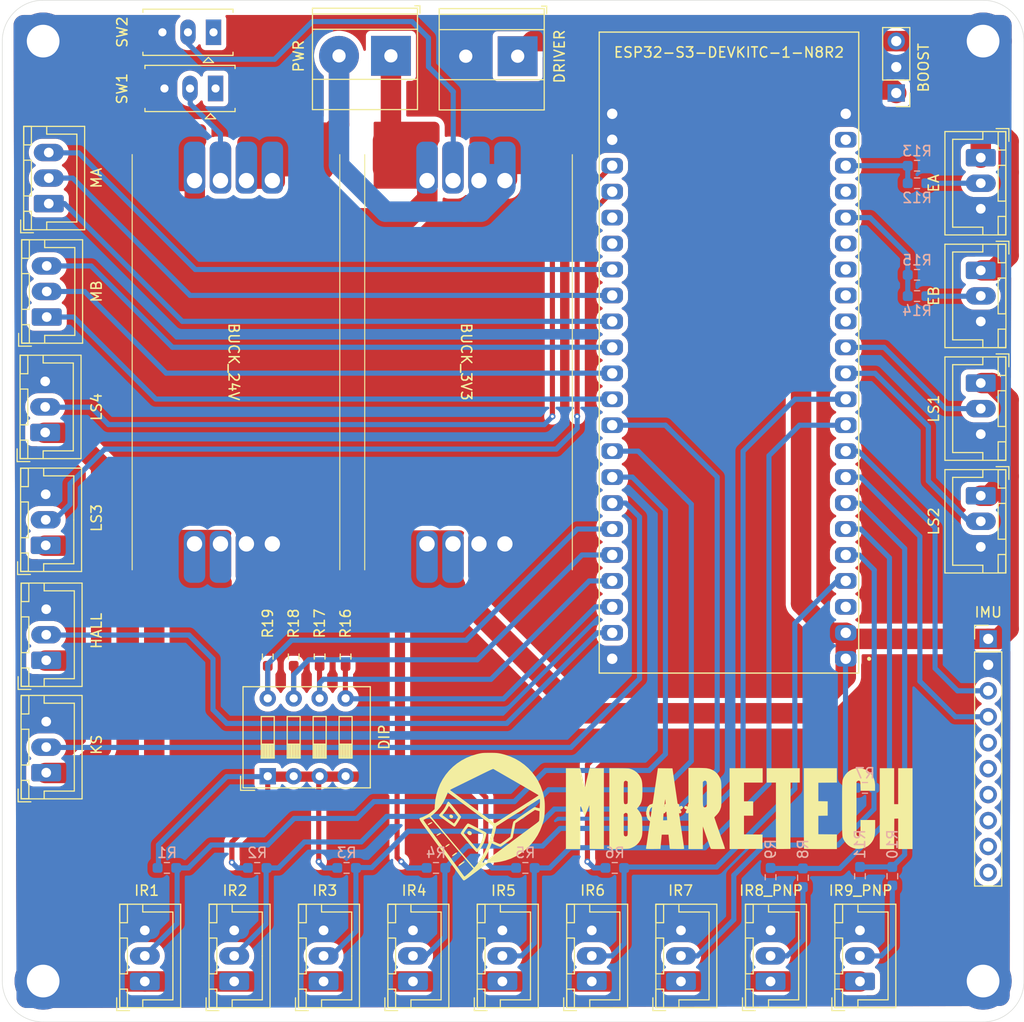
<source format=kicad_pcb>
(kicad_pcb (version 20240108) (generator "pcbnew") (generator_version "8.0")
  (layers (0 "F.Cu" mixed) (31 "B.Cu" mixed) (34 "B.Paste" user) (35 "F.Paste" user) (36 "B.SilkS" user "B.Silkscreen") (37 "F.SilkS" user "F.Silkscreen") (38 "B.Mask" user) (39 "F.Mask" user) (44 "Edge.Cuts" user))
  (net 0 "")
  (net 1 "+3V3")
  (net 2 "+5V")
  (net 3 "GND")
  (net 4 "LS3_3V3")
  (net 5 "HALL_3V3")
  (net 6 "KILLSWITCH")
  (net 7 "+24V")
  (net 8 "IR2_3V3")
  (net 9 "IR3_3V3")
  (net 10 "IR4_3V3")
  (net 11 "IR5_3V3")
  (net 12 "PWMA")
  (net 13 "A0")
  (net 14 "A1")
  (net 15 "B0")
  (net 16 "PWMB")
  (net 17 "B1")
  (net 18 "LS1_3V3")
  (net 19 "LS2_3V3")
  (net 20 "LS4_3V3")
  (net 21 "IR1_3V3")
  (net 22 "ENCODER_A_3V3")
  (net 23 "ENCODER_B_3V3")
  (net 24 "IR7_3V3")
  (net 25 "S4")
  (net 26 "S3")
  (net 27 "S2")
  (net 28 "S1")
  (net 29 "IR6_3V3")
  (net 30 "Net-(EA1-Pin_2)")
  (net 32 "Net-(EB1-Pin_2)")
  (net 33 "-BATT")
  (net 34 "+BATT")
  (net 38 "SDA")
  (net 39 "SCL")
  (net 52 "/IR8_24V")
  (net 53 "/IR9_24V")
  (net 54 "IR9_3V3_PNP")
  (net 55 "IR8_3V3_PNP")
  (net 56 "Net-(BUCK1-EN)")
  (net 57 "Net-(BUCK2-EN)")
  (footprint "TerminalBlock_Phoenix:TerminalBlock_Phoenix_MKDS-1,5-2-5.08_1x02_P5.08mm_Horizontal" (layer "F.Cu") (at 135.045 58.165 180)
    (property "Reference" "PWR1" (hide yes))
    (property "Value" "PWR")
  )
  (footprint "Connector_JST:JST_XH_B3B-XH-A_1x03_P2.50mm_Vertical" (layer "F.Cu") (at 172.205 148.765 90)
    (property "Reference" "IR8" (hide yes))
    (property "Value" "IR8_PNP")
  )
  (footprint "Connector_JST:JST_XH_B3B-XH-A_1x03_P2.50mm_Vertical" (layer "F.Cu") (at 180.955 148.765 90)
    (property "Reference" "IR9" (hide yes))
    (property "Value" "IR9_PNP")
  )
  (footprint "" (layer "F.Cu") (at 193.175 56.155)
    (property "Reference" "" (hide yes))
    (property "Value" "")
  )
  (footprint "Connector_JST:JST_XH_B3B-XH-A_1x03_P2.50mm_Vertical" (layer "F.Cu") (at 163.435 148.765 90)
    (property "Reference" "IR7" (hide yes))
    (property "Value" "IR7")
  )
  (footprint "Connector_JST:JST_XH_B3B-XH-A_1x03_P2.50mm_Vertical" (layer "F.Cu") (at 192.78 79.165 -90)
    (property "Reference" "EB1" (hide yes))
    (property "Value" "EB")
  )
  (footprint "" (layer "F.Cu") (at 101.005 149.705)
    (property "Reference" "" (hide yes))
    (property "Value" "")
  )
  (footprint "Resistor_SMD:R_0603_1608Metric_Pad0.98x0.95mm_HandSolder" (layer "F.Cu") (at 122.988333 116.963333 90)
    (property "Reference" "R19" (hide yes))
    (property "Value" "R19")
  )
  (footprint "Connector_JST:JST_XH_B3B-XH-A_1x03_P2.50mm_Vertical" (layer "F.Cu") (at 192.78 101.225 -90)
    (property "Reference" "LS2" (hide yes))
    (property "Value" "LS2")
  )
  (footprint "ESP32-S3-DEVKITC-1-N8R2:XCVR_ESP32-S3-DEVKITC-1-N8R2" (layer "F.Cu") (at 168.1345 87.21 180)
    (property "Reference" "U1" (hide yes))
    (property "Value" "ESP32-S3-DEVKITC-1-N8R2")
  )
  (footprint "Connector_JST:JST_XH_B3B-XH-A_1x03_P2.50mm_Vertical" (layer "F.Cu") (at 101.355 83.73 90)
    (property "Reference" "MB1" (hide yes))
    (property "Value" "MB")
  )
  (footprint "Connector_JST:JST_XH_B3B-XH-A_1x03_P2.50mm_Vertical" (layer "F.Cu") (at 192.78 90.195 -90)
    (property "Reference" "LS1" (hide yes))
    (property "Value" "LS1")
  )
  (footprint "Connector_JST:JST_XH_B3B-XH-A_1x03_P2.50mm_Vertical" (layer "F.Cu") (at 101.205 95.03 90)
    (property "Reference" "LS4" (hide yes))
    (property "Value" "LS4")
  )
  (footprint "Connector_PinHeader_2.54mm:PinHeader_1x03_P2.54mm_Vertical" (layer "F.Cu") (at 184.505 61.805 180)
    (property "Reference" "Boost1" (hide yes))
    (property "Value" "BOOST")
  )
  (footprint "Connector_JST:JST_XH_B3B-XH-A_1x03_P2.50mm_Vertical" (layer "F.Cu") (at 137.205 148.765 90)
    (property "Reference" "IR4" (hide yes))
    (property "Value" "IR4")
  )
  (footprint "Mbaretech_buckConverter:Buck-Converter" (layer "F.Cu") (at 109.72 67.835 -90)
    (property "Reference" "BUCK1" (hide yes))
    (property "Value" "BUCK_24V")
  )
  (footprint "Connector_JST:JST_XH_B3B-XH-A_1x03_P2.50mm_Vertical" (layer "F.Cu") (at 110.955 148.765 90)
    (property "Reference" "IR1" (hide yes))
    (property "Value" "IR1")
  )
  (footprint "Connector_JST:JST_XH_B3B-XH-A_1x03_P2.50mm_Vertical" (layer "F.Cu") (at 101.305 117.33 90)
    (property "Reference" "HALL1" (hide yes))
    (property "Value" "HALL")
  )
  (footprint "Connector_JST:JST_XH_B3B-XH-A_1x03_P2.50mm_Vertical" (layer "F.Cu") (at 145.955 148.765 90)
    (property "Reference" "IR5" (hide yes))
    (property "Value" "IR5")
  )
  (footprint "" (layer "F.Cu") (at 101.005 56.155)
    (property "Reference" "" (hide yes))
    (property "Value" "")
  )
  (footprint "Resistor_SMD:R_0603_1608Metric_Pad0.98x0.95mm_HandSolder" (layer "F.Cu") (at 125.528333 116.963333 90)
    (property "Reference" "R18" (hide yes))
    (property "Value" "R18")
  )
  (footprint "Connector_JST:JST_XH_B3B-XH-A_1x03_P2.50mm_Vertical" (layer "F.Cu") (at 101.305 128.33 90)
    (property "Reference" "KS1" (hide yes))
    (property "Value" "KS")
  )
  (footprint "Mbaretech_buckConverter:mbaretech_logo_fp" (layer "F.Cu") (at 162.36517 132.3415)
    (property "Reference" "G***")
    (property "Value" "LOGO" (hide yes))
  )
  (footprint "Mbaretech_buckConverter:Buck-Converter" (layer "F.Cu") (at 132.48 67.835 -90)
    (property "Reference" "BUCK2" (hide yes))
    (property "Value" "BUCK_3V3")
  )
  (footprint "Connector_JST:JST_XH_B3B-XH-A_1x03_P2.50mm_Vertical" (layer "F.Cu") (at 128.455 148.765 90)
    (property "Reference" "IR3" (hide yes))
    (property "Value" "IR3")
  )
  (footprint "Connector_JST:JST_XH_B3B-XH-A_1x03_P2.50mm_Vertical" (layer "F.Cu") (at 101.255 106.08 90)
    (property "Reference" "LS3" (hide yes))
    (property "Value" "LS3")
  )
  (footprint "Resistor_SMD:R_0603_1608Metric_Pad0.98x0.95mm_HandSolder" (layer "F.Cu") (at 128.068333 116.963333 90)
    (property "Reference" "R17" (hide yes))
    (property "Value" "R17")
  )
  (footprint "Connector_PinHeader_2.54mm:PinHeader_1x10_P2.54mm_Vertical" (layer "F.Cu") (at 193.505 115.235)
    (property "Reference" "IMU1" (hide yes))
    (property "Value" "IMU")
  )
  (footprint "Button_Switch_THT:SW_DIP_SPSTx04_Slide_9.78x12.34mm_W7.62mm_P2.54mm" (layer "F.Cu") (at 122.988333 128.675833 90)
    (property "Reference" "DIP1" (hide yes))
    (property "Value" "DIP")
  )
  (footprint "" (layer "F.Cu") (at 193.005 148.725)
    (property "Reference" "" (hide yes))
    (property "Value" "")
  )
  (footprint "SPDT_SlideSwitch:tht" (layer "F.Cu") (at 117.18 55.86 180)
    (property "Reference" "SW2" (hide yes))
    (property "Value" "SW2")
  )
  (footprint "SPDT_SlideSwitch:tht" (layer "F.Cu") (at 117.38 61.36 180)
    (property "Reference" "SW1" (hide yes))
    (property "Value" "SW1")
  )
  (footprint "Resistor_SMD:R_0603_1608Metric_Pad0.98x0.95mm_HandSolder" (layer "F.Cu") (at 130.608333 116.963333 90)
    (property "Reference" "R16" (hide yes))
    (property "Value" "R16")
  )
  (footprint "Connector_JST:JST_XH_B3B-XH-A_1x03_P2.50mm_Vertical" (layer "F.Cu") (at 119.705 148.765 90)
    (property "Reference" "IR2" (hide yes))
    (property "Value" "IR2")
  )
  (footprint "Connector_JST:JST_XH_B3B-XH-A_1x03_P2.50mm_Vertical" (layer "F.Cu") (at 101.555 72.63 90)
    (property "Reference" "MA1" (hide yes))
    (property "Value" "MA")
  )
  (footprint "Connector_JST:JST_XH_B3B-XH-A_1x03_P2.50mm_Vertical" (layer "F.Cu") (at 154.705 148.765 90)
    (property "Reference" "IR6_NPN1" (hide yes))
    (property "Value" "IR6")
  )
  (footprint "TerminalBlock_Phoenix:TerminalBlock_Phoenix_MKDS-1,5-2-5.08_1x02_P5.08mm_Horizontal" (layer "F.Cu") (at 147.45 58.2 180)
    (property "Reference" "DRIVER1" (hide yes))
    (property "Value" "DRIVER")
  )
  (footprint "Connector_JST:JST_XH_B3B-XH-A_1x03_P2.50mm_Vertical" (layer "F.Cu") (at 192.78 68.135 -90)
    (property "Reference" "EA1" (hide yes))
    (property "Value" "EA")
  )
  (footprint "Resistor_SMD:R_0603_1608Metric_Pad0.98x0.95mm_HandSolder" (layer "B.Cu") (at 148.205 137.6525)
    (property "Reference" "R5" (hide yes))
    (property "Value" "R5")
  )
  (footprint "Resistor_SMD:R_0603_1608Metric_Pad0.98x0.95mm_HandSolder" (layer "B.Cu") (at 172.205 138.565 -90)
    (property "Reference" "R9" (hide yes))
    (property "Value" "R9")
  )
  (footprint "Resistor_SMD:R_0603_1608Metric_Pad0.98x0.95mm_HandSolder" (layer "B.Cu") (at 186.5425 79.6)
    (property "Reference" "R15" (hide yes))
    (property "Value" "R15")
  )
  (footprint "Resistor_SMD:R_0603_1608Metric_Pad0.98x0.95mm_HandSolder" (layer "B.Cu") (at 130.705 137.6525)
    (property "Reference" "R3" (hide yes))
    (property "Value" "R3")
  )
  (footprint "Resistor_SMD:R_0603_1608Metric_Pad0.98x0.95mm_HandSolder" (layer "B.Cu") (at 156.955 137.6525)
    (property "Reference" "R6" (hide yes))
    (property "Value" "R6")
  )
  (footprint "Resistor_SMD:R_0603_1608Metric_Pad0.98x0.95mm_HandSolder" (layer "B.Cu") (at 186.5425 81.68 180)
    (property "Reference" "R14" (hide yes))
    (property "Value" "R14")
  )
  (footprint "Resistor_SMD:R_0603_1608Metric_Pad0.98x0.95mm_HandSolder" (layer "B.Cu") (at 139.455 137.6525)
    (property "Reference" "R4" (hide yes))
    (property "Value" "R4")
  )
  (footprint "Resistor_SMD:R_0603_1608Metric_Pad0.98x0.95mm_HandSolder" (layer "B.Cu") (at 121.955 137.6525)
    (property "Reference" "R2" (hide yes))
    (property "Value" "R2")
  )
  (footprint "Resistor_SMD:R_0603_1608Metric_Pad0.98x0.95mm_HandSolder" (layer "B.Cu") (at 181.4425 129.815)
    (property "Reference" "R7" (hide yes))
    (property "Value" "R7")
  )
  (footprint "Resistor_SMD:R_0603_1608Metric_Pad0.98x0.95mm_HandSolder" (layer "B.Cu") (at 186.5425 70.635 180)
    (property "Reference" "R12" (hide yes))
    (property "Value" "R12")
  )
  (footprint "Resistor_SMD:R_0603_1608Metric_Pad0.98x0.95mm_HandSolder" (layer "B.Cu") (at 186.5425 68.92)
    (property "Reference" "R13" (hide yes))
    (property "Value" "R13")
  )
  (footprint "Resistor_SMD:R_0603_1608Metric_Pad0.98x0.95mm_HandSolder" (layer "B.Cu") (at 175.375 138.615 -90)
    (property "Reference" "R8" (hide yes))
    (property "Value" "R8")
  )
  (footprint "Resistor_SMD:R_0603_1608Metric_Pad0.98x0.95mm_HandSolder" (layer "B.Cu") (at 180.955 138.465 -90)
    (property "Reference" "R11" (hide yes))
    (property "Value" "R11")
  )
  (footprint "Resistor_SMD:R_0603_1608Metric_Pad0.98x0.95mm_HandSolder" (layer "B.Cu") (at 184.125 138.465 -90)
    (property "Reference" "R10" (hide yes))
    (property "Value" "R10")
  )
  (footprint "Resistor_SMD:R_0603_1608Metric_Pad0.98x0.95mm_HandSolder" (layer "B.Cu") (at 113.1175 137.65)
    (property "Reference" "R1" (hide yes))
    (property "Value" "R1")
  )
  (gr_line (start 97.005 56.725) (end 97.005 92.505) (stroke (width 0.05)) (layer "Edge.Cuts"))
  (gr_arc (start 197.005 148.725) (mid 195.833427 151.553427) (end 193.005 152.725) (stroke (width 0.05)) (layer "Edge.Cuts"))
  (gr_arc (start 97.005 56.725) (mid 98.176573 53.896573) (end 101.005 52.725) (stroke (width 0.05)) (layer "Edge.Cuts"))
  (gr_arc (start 193.005 52.725) (mid 195.833427 53.896573) (end 197.005 56.725) (stroke (width 0.05)) (layer "Edge.Cuts"))
  (gr_line (start 101.005 152.725) (end 193.005 152.725) (stroke (width 0.05)) (layer "Edge.Cuts"))
  (gr_arc (start 101.005 152.725) (mid 98.176573 151.553427) (end 97.005 148.725) (stroke (width 0.05)) (layer "Edge.Cuts"))
  (gr_line (start 97.005 92.505) (end 97.005 148.725) (stroke (width 0.05)) (layer "Edge.Cuts"))
  (gr_line (start 193.005 52.725) (end 101.005 52.725) (stroke (width 0.05)) (layer "Edge.Cuts"))
  (gr_line (start 197.005 56.725) (end 197.005 148.725) (stroke (width 0.05)) (layer "Edge.Cuts"))
  (segment (start 195.505 91.82) (end 193.88 90.195) (width 2) (layer "F.Cu") (net 1))
  (segment (start 127.98 137.11) (end 127.98 128.806666) (width 0.5) (layer "F.Cu") (net 1))
  (segment (start 135.65 136.62) (end 135.65 130.238333) (width 0.5) (layer "F.Cu") (net 1))
  (segment (start 134.9375 107.5025) (end 134.9375 104.8175) (width 2) (layer "F.Cu") (net 1))
  (segment (start 144.33 130.73) (end 143.11 129.51) (width 0.5) (layer "F.Cu") (net 1))
  (segment (start 131.63 101.51) (end 109.88 101.51) (width 2) (layer "F.Cu") (net 1))
  (segment (start 193.505 115.235) (end 180.1595 115.235) (width 2) (layer "F.Cu") (net 1))
  (segment (start 135.65 130.238333) (end 134.13 128.718333) (width 0.5) (layer "F.Cu") (net 1))
  (segment (start 103.43 95.06) (end 101.13 95.06) (width 2) (layer "F.Cu") (net 1))
  (segment (start 179.5645 117.18) (end 179.5645 114.64) (width 2) (layer "F.Cu") (net 1))
  (segment (start 178.05 114.64) (end 175.19 111.78) (width 2) (layer "F.Cu") (net 1))
  (segment (start 179.5645 118.9255) (end 179.5645 117.18) (width 2) (layer "F.Cu") (net 1))
  (segment (start 193.59 101.225) (end 195.505 99.31) (width 2) (layer "F.Cu") (net 1))
  (segment (start 106.68 125.91) (end 106.68 98.31) (width 2) (layer "F.Cu") (net 1))
  (segment (start 134.13 128.718333) (end 130.608333 128.718333) (width 1) (layer "F.Cu") (net 1))
  (segment (start 134.13 128.718333) (end 135.371667 128.718333) (width 1) (layer "F.Cu") (net 1))
  (segment (start 106.68 108.26) (end 104.53 106.11) (width 2) (layer "F.Cu") (net 1))
  (segment (start 175.19 111.78) (end 175.19 63.48) (width 2) (layer "F.Cu") (net 1))
  (segment (start 184.165 61.465) (end 184.505 61.805) (width 2) (layer "F.Cu") (net 1))
  (segment (start 119.48 137.11) (end 119.48 135.11) (width 0.5) (layer "F.Cu") (net 1))
  (segment (start 194.53 115.235) (end 195.505 114.26) (width 2) (layer "F.Cu") (net 1))
  (segment (start 192.78 101.225) (end 193.59 101.225) (width 2) (layer "F.Cu") (net 1))
  (segment (start 101.23 128.36) (end 104.23 128.36) (width 2) (layer "F.Cu") (net 1))
  (segment (start 154.28 137.01) (end 154.28 127.54) (width 0.5) (layer "F.Cu") (net 1))
  (segment (start 193.505 115.235) (end 194.53 115.235) (width 2) (layer "F.Cu") (net 1))
  (segment (start 106.68 98.31) (end 103.43 95.06) (width 2) (layer "F.Cu") (net 1))
  (segment (start 193.88 90.195) (end 192.905 90.195) (width 2) (layer "F.Cu") (net 1))
  (segment (start 144.33 137.03) (end 144.33 130.73) (width 0.5) (layer "F.Cu") (net 1))
  (segment (start 153.435 122.515) (end 156.63 122.515) (width 2) (layer "F.Cu") (net 1))
  (segment (start 101.23 117.36) (end 105.68 117.36) (width 2) (layer "F.Cu") (net 1))
  (segment (start 138.58 107.66) (end 153.435 122.515) (width 2) (layer "F.Cu") (net 1))
  (segment (start 134.77 107.985) (end 135.93 109.145) (width 1) (layer "F.Cu") (net 1))
  (segment (start 138.58 105.935) (end 138.58 107.66) (width 2) (layer "F.Cu") (net 1))
  (segment (start 175.19 63.48) (end 177.205 61.465) (width 2) (layer "F.Cu") (net 1))
  (segment (start 154.28 127.54) (end 159.305 122.515) (width 0.5) (layer "F.Cu") (net 1))
  (segment (start 177.205 61.465) (end 184.165 61.465) (width 2) (layer "F.Cu") (net 1))
  (segment (start 135.93 109.145) (end 135.93 126.96) (width 1) (layer "F.Cu") (net 1))
  (segment (start 138.48 129.51) (end 135.93 126.96) (width 0.5) (layer "F.Cu") (net 1))
  (segment (start 179.5645 118.9255) (end 175.975 122.515) (width 2) (layer "F.Cu") (net 1))
  (segment (start 135.93 128.16) (end 135.93 126.96) (width 1) (layer "F.Cu") (net 1))
  (segment (start 135.371667 128.718333) (end 135.93 128.16) (width 1) (layer "F.Cu") (net 1))
  (segment (start 104.53 106.11) (end 101.18 106.11) (width 2) (layer "F.Cu") (net 1))
  (segment (start 175.975 122.515) (end 156.63 122.515) (width 2) (layer "F.Cu") (net 1))
  (segment (start 195.505 114.26) (end 195.505 91.82) (width 2) (layer "F.Cu") (net 1))
  (segment (start 136.06 137.03) (end 135.65 136.62) (width 0.5) (layer "F.Cu") (net 1))
  (segment (start 122.988333 131.601667) (end 122.988333 128.718333) (width 0.5) (layer "F.Cu") (net 1))
  (segment (start 179.5645 114.64) (end 178.05 114.64) (width 2) (layer "F.Cu") (net 1))
  (segment (start 109.88 101.51) (end 103.43 95.06) (width 2) (layer "F.Cu") (net 1))
  (segment (start 180.1595 115.235) (end 180.1595 115.3895) (width 2) (layer "F.Cu") (net 1))
  (segment (start 143.11 129.51) (end 138.48 129.51) (width 0.5) (layer "F.Cu") (net 1))
  (segment (start 122.988333 128.718333) (end 130.608333 128.718333) (width 1) (layer "F.Cu") (net 1))
  (segment (start 104.23 128.36) (end 106.68 125.91) (width 2) (layer "F.Cu") (net 1))
  (segment (start 127.98 128.806666) (end 128.068333 128.718333) (width 0.5) (layer "F.Cu") (net 1))
  (segment (start 119.48 135.11) (end 122.988333 131.601667) (width 0.5) (layer "F.Cu") (net 1))
  (segment (start 179.5645 114.64) (end 180.1595 115.235) (width 1) (layer "F.Cu") (net 1))
  (segment (start 134.9375 104.8175) (end 131.63 101.51) (width 2) (layer "F.Cu") (net 1))
  (via (at 127.98 137.03) (size 0.6) (drill 0.3) (layers "F.Cu" "B.Cu") (net 1))
  (via (at 144.33 137.03) (size 0.6) (drill 0.3) (layers "F.Cu" "B.Cu") (net 1))
  (via (at 136.06 137.03) (size 0.6) (drill 0.3) (layers "F.Cu" "B.Cu") (net 1))
  (via (at 119.48 137.11) (size 0.6) (drill 0.3) (layers "F.Cu" "B.Cu") (net 1))
  (via (at 154.28 137.03) (size 0.6) (drill 0.3) (layers "F.Cu" "B.Cu") (net 1))
  (segment (start 128.5225 137.6525) (end 129.7925 137.6525) (width 0.5) (layer "B.Cu") (net 1))
  (segment (start 125.605 128.795) (end 125.528333 128.718333) (width 0.5) (layer "B.Cu") (net 1))
  (segment (start 130.2175 129.109166) (end 130.608333 128.718333) (width 0.5) (layer "B.Cu") (net 1))
  (segment (start 154.9225 137.6525) (end 154.28 137.01) (width 0.5) (layer "B.Cu") (net 1))
  (segment (start 156.0425 137.6525) (end 154.9225 137.6525) (width 0.5) (layer "B.Cu") (net 1))
  (segment (start 179.54 128.825) (end 180.53 129.815) (width 0.5) (layer "B.Cu") (net 1))
  (segment (start 112.2925 137.6525) (end 112.2925 135.3975) (width 0.5) (layer "B.Cu") (net 1))
  (segment (start 136.6825 137.6525) (end 138.5425 137.6525) (width 0.5) (layer "B.Cu") (net 1))
  (segment (start 179.54 117.2045) (end 179.54 128.825) (width 0.5) (layer "B.Cu") (net 1))
  (segment (start 127.98 137.11) (end 128.5225 137.6525) (width 0.5) (layer "B.Cu") (net 1))
  (segment (start 120.0225 137.6525) (end 121.0425 137.6525) (width 0.5) (layer "B.Cu") (net 1))
  (segment (start 179.5645 117.18) (end 179.54 117.2045) (width 0.5) (layer "B.Cu") (net 1))
  (segment (start 119.48 137.11) (end 120.0225 137.6525) (width 0.5) (layer "B.Cu") (net 1))
  (segment (start 118.971667 128.718333) (end 122.988333 128.718333) (width 0.5) (layer "B.Cu") (net 1))
  (segment (start 147.2925 137.6525) (end 144.9525 137.6525) (width 0.5) (layer "B.Cu") (net 1))
  (segment (start 136.06 137.03) (end 136.6825 137.6525) (width 0.5) (layer "B.Cu") (net 1))
  (segment (start 112.2925 135.3975) (end 118.971667 128.718333) (width 0.5) (layer "B.Cu") (net 1))
  (segment (start 123.2675 128.9975) (end 122.988333 128.718333) (width 0.5) (layer "B.Cu") (net 1))
  (segment (start 144.9525 137.6525) (end 144.33 137.03) (width 0.5) (layer "B.Cu") (net 1))
  (segment (start 194.055 79.165) (end 192.905 79.165) (width 2) (layer "F.Cu") (net 2))
  (segment (start 185.707081 56.725) (end 192.855 63.872919) (width 2) (layer "F.Cu") (net 2))
  (segment (start 195.505 66.522919) (end 195.505 69.565) (width 2) (layer "F.Cu") (net 2))
  (segment (start 147.45 58.2) (end 148.925 56.725) (width 2) (layer "F.Cu") (net 2))
  (segment (start 192.78 63.872919) (end 192.78 68.135) (width 2) (layer "F.Cu") (net 2))
  (segment (start 195.505 77.715) (end 194.055 79.165) (width 2) (layer "F.Cu") (net 2))
  (segment (start 192.855 63.872919) (end 195.505 66.522919) (width 2) (layer "F.Cu") (net 2))
  (segment (start 147.515 58.265) (end 147.45 58.2) (width 2) (layer "F.Cu") (net 2))
  (segment (start 184.505 56.725) (end 185.707081 56.725) (width 2) (layer "F.Cu") (net 2))
  (segment (start 148.925 56.725) (end 184.505 56.725) (width 2) (layer "F.Cu") (net 2))
  (segment (start 195.505 69.565) (end 195.505 77.715) (width 2) (layer "F.Cu") (net 2))
  (segment (start 153.27 74.8945) (end 156.7045 71.46) (width 0.5) (layer "F.Cu") (net 4))
  (segment (start 153.27 93.45) (end 153.27 74.8945) (width 0.5) (layer "F.Cu") (net 4))
  (via (at 153.27 93.46) (size 0.6) (drill 0.3) (layers "F.Cu" "B.Cu") (net 4))
  (segment (start 102.09 103.61) (end 103.64 102.06) (width 0.5) (layer "B.Cu") (net 4))
  (segment (start 101.18 103.61) (end 102.09 103.61) (width 0.5) (layer "B.Cu") (net 4))
  (segment (start 151.23 96.66) (end 153.28 94.61) (width 0.5) (layer "B.Cu") (net 4))
  (segment (start 103.64 102.06) (end 103.64 100.05) (width 0.5) (layer "B.Cu") (net 4))
  (segment (start 103.64 100.05) (end 107.03 96.66) (width 0.5) (layer "B.Cu") (net 4))
  (segment (start 153.28 94.61) (end 153.28 93.46) (width 0.5) (layer "B.Cu") (net 4))
  (segment (start 107.03 96.66) (end 151.23 96.66) (width 0.5) (layer "B.Cu") (net 4))
  (segment (start 153.27 93.45) (end 153.28 93.44) (width 0.5) (layer "B.Cu") (net 4))
  (segment (start 153.28 93.46) (end 153.27 93.45) (width 0.5) (layer "B.Cu") (net 4))
  (segment (start 101.23 114.86) (end 115.28 114.86) (width 0.5) (layer "B.Cu") (net 5))
  (segment (start 155.25 114.64) (end 156.7045 114.64) (width 0.5) (layer "B.Cu") (net 5))
  (segment (start 146.38 123.51) (end 155.25 114.64) (width 0.5) (layer "B.Cu") (net 5))
  (segment (start 118.98 123.51) (end 146.38 123.51) (width 0.5) (layer "B.Cu") (net 5))
  (segment (start 115.28 114.86) (end 117.63 117.21) (width 0.5) (layer "B.Cu") (net 5))
  (segment (start 117.63 117.21) (end 117.63 122.16) (width 0.5) (layer "B.Cu") (net 5))
  (segment (start 117.63 122.16) (end 118.98 123.51) (width 0.5) (layer "B.Cu") (net 5))
  (segment (start 101.23 125.86) (end 152.66 125.86) (width 0.5) (layer "B.Cu") (net 6))
  (segment (start 158.02 101.94) (end 159.38 103.3) (width 0.5) (layer "B.Cu") (net 6))
  (segment (start 156.7045 101.94) (end 158.02 101.94) (width 0.5) (layer "B.Cu") (net 6))
  (segment (start 152.66 125.86) (end 159.38 119.14) (width 0.5) (layer "B.Cu") (net 6))
  (segment (start 159.38 119.14) (end 159.38 103.3) (width 0.5) (layer "B.Cu") (net 6))
  (segment (start 108.605 148.765) (end 106.38 146.54) (width 2) (layer "F.Cu") (net 7))
  (segment (start 106.38 135.11) (end 111.88 129.61) (width 2) (layer "F.Cu") (net 7))
  (segment (start 111.88 107.515) (end 112.035 107.36) (width 2) (layer "F.Cu") (net 7))
  (segment (start 110.955 148.765) (end 108.605 148.765) (width 2) (layer "F.Cu") (net 7))
  (segment (start 111.88 129.61) (end 111.88 107.515) (width 2) (layer "F.Cu") (net 7))
  (segment (start 106.38 146.54) (end 106.38 135.11) (width 2) (layer "F.Cu") (net 7))
  (segment (start 110.955 148.765) (end 180.955 148.765) (width 2) (layer "F.Cu") (net 7))
  (segment (start 120.405 146.265) (end 119.705 146.265) (width 0.5) (layer "F.Cu") (net 8))
  (segment (start 164.446666 102.056666) (end 163.67 101.28) (width 0.5) (layer "B.Cu") (net 8))
  (segment (start 147.63 132.61) (end 147.88 132.61) (width 0.5) (layer "B.Cu") (net 8))
  (segment (start 119.705 146.265) (end 122.83 143.14) (width 0.5) (layer "B.Cu") (net 8))
  (segment (start 119.705 146.265) (end 119.83 146.265) (width 0.5) (layer "B.Cu") (net 8))
  (segment (start 150.489 130.001) (end 161.43 130.001) (width 0.5) (layer "B.Cu") (net 8))
  (segment (start 147.88 132.61) (end 150.489 130.001) (width 0.5) (layer "B.Cu") (net 8))
  (segment (start 159.25 96.86) (end 163.838332 101.448332) (width 0.5) (layer "B.Cu") (net 8))
  (segment (start 134.63 132.61) (end 147.63 132.61) (width 0.5) (layer "B.Cu") (net 8))
  (segment (start 161.639 130.001) (end 164.446666 127.193334) (width 0.5) (layer "B.Cu") (net 8))
  (segment (start 124.0375 137.6525) (end 126.58 135.11) (width 0.5) (layer "B.Cu") (net 8))
  (segment (start 122.83 143.14) (end 122.83 137.6525) (width 0.5) (layer "B.Cu") (net 8))
  (segment (start 164.446666 127.193334) (end 164.446666 102.056666) (width 0.5) (layer "B.Cu") (net 8))
  (segment (start 132.13 135.11) (end 134.63 132.61) (width 0.5) (layer "B.Cu") (net 8))
  (segment (start 156.7045 96.86) (end 159.25 96.86) (width 0.5) (layer "B.Cu") (net 8))
  (segment (start 122.83 137.6525) (end 124.0375 137.6525) (width 0.5) (layer "B.Cu") (net 8))
  (segment (start 161.43 130.001) (end 161.639 130.001) (width 0.5) (layer "B.Cu") (net 8))
  (segment (start 126.58 135.11) (end 132.13 135.11) (width 0.5) (layer "B.Cu") (net 8))
  (segment (start 131.6175 137.8525) (end 131.8175 137.6525) (width 0.5) (layer "B.Cu") (net 9))
  (segment (start 136.73 134.06) (end 148.88 134.06) (width 0.5) (layer "B.Cu") (net 9))
  (segment (start 162.98 131.892) (end 163.148 131.892) (width 0.5) (layer "B.Cu") (net 9))
  (segment (start 161.91 94.32) (end 162.275 94.685) (width 0.5) (layer "B.Cu") (net 9))
  (segment (start 156.7045 94.32) (end 161.91 94.32) (width 0.5) (layer "B.Cu") (net 9))
  (segment (start 166.979999 99.389999) (end 166.179998 98.589998) (width 0.5) (layer "B.Cu") (net 9))
  (segment (start 151.048 131.892) (end 162.98 131.892) (width 0.5) (layer "B.Cu") (net 9))
  (segment (start 128.455 146.265) (end 129.225 146.265) (width 0.5) (layer "B.Cu") (net 9))
  (segment (start 129.225 146.265) (end 131.6175 143.8725) (width 0.5) (layer "B.Cu") (net 9))
  (segment (start 166.979999 128.060001) (end 166.979999 99.389999) (width 0.5) (layer "B.Cu") (net 9))
  (segment (start 162.275 94.685) (end 162.08 94.49) (width 0.5) (layer "B.Cu") (net 9))
  (segment (start 133.175 137.615) (end 136.73 134.06) (width 0.5) (layer "B.Cu") (net 9))
  (segment (start 131.8175 137.615) (end 133.175 137.615) (width 0.5) (layer "B.Cu") (net 9))
  (segment (start 166.02 129.02) (end 166.979999 128.060001) (width 0.5) (layer "B.Cu") (net 9))
  (segment (start 148.88 134.06) (end 151.048 131.892) (width 0.5) (layer "B.Cu") (net 9))
  (segment (start 131.6175 143.8725) (end 131.6175 137.8525) (width 0.5) (layer "B.Cu") (net 9))
  (segment (start 166.179998 98.589998) (end 162.275 94.685) (width 0.5) (layer "B.Cu") (net 9))
  (segment (start 163.148 131.892) (end 166.179998 128.860002) (width 0.5) (layer "B.Cu") (net 9))
  (segment (start 140.33 137.69) (end 142.51 135.51) (width 0.5) (layer "B.Cu") (net 10))
  (segment (start 169.513332 128.926668) (end 169.513332 97.4) (width 0.5) (layer "B.Cu") (net 10))
  (segment (start 151.607 133.783) (end 164.63 133.783) (width 0.5) (layer "B.Cu") (net 10))
  (segment (start 149.88 135.51) (end 151.58 133.81) (width 0.5) (layer "B.Cu") (net 10))
  (segment (start 142.51 135.51) (end 149.88 135.51) (width 0.5) (layer "B.Cu") (net 10))
  (segment (start 138.475 146.265) (end 140.33 144.41) (width 0.5) (layer "B.Cu") (net 10))
  (segment (start 169.513332 97.4) (end 169.513332 96.866668) (width 0.5) (layer "B.Cu") (net 10))
  (segment (start 140.33 144.41) (end 140.33 137.69) (width 0.5) (layer "B.Cu") (net 10))
  (segment (start 164.657 133.783) (end 169.513332 128.926668) (width 0.5) (layer "B.Cu") (net 10))
  (segment (start 174.6 91.78) (end 179.5645 91.78) (width 0.5) (layer "B.Cu") (net 10))
  (segment (start 137.205 146.265) (end 138.475 146.265) (width 0.5) (layer "B.Cu") (net 10))
  (segment (start 169.513332 96.866668) (end 174.6 91.78) (width 0.5) (layer "B.Cu") (net 10))
  (segment (start 147.825 146.265) (end 149.08 145.01) (width 0.5) (layer "B.Cu") (net 11))
  (segment (start 149.08 137.69) (end 149.1175 137.6525) (width 0.5) (layer "B.Cu") (net 11))
  (segment (start 175.03 94.32) (end 179.5645 94.32) (width 0.5) (layer "B.Cu") (net 11))
  (segment (start 172.046665 97.303335) (end 175.03 94.32) (width 0.5) (layer "B.Cu") (net 11))
  (segment (start 145.955 146.265) (end 147.825 146.265) (width 0.5) (layer "B.Cu") (net 11))
  (segment (start 150.5875 137.6525) (end 152.566 135.674) (width 0.5) (layer "B.Cu") (net 11))
  (segment (start 165.766 135.674) (end 170.86333 130.57667) (width 0.5) (layer "B.Cu") (net 11))
  (segment (start 170.63 130.81) (end 172.046665 129.393335) (width 0.5) (layer "B.Cu") (net 11))
  (segment (start 149.1175 137.6525) (end 150.5875 137.6525) (width 0.5) (layer "B.Cu") (net 11))
  (segment (start 172.046665 129.393335) (end 172.046665 97.303335) (width 0.5) (layer "B.Cu") (net 11))
  (segment (start 165.58 135.674) (end 165.766 135.674) (width 0.5) (layer "B.Cu") (net 11))
  (segment (start 149.08 145.01) (end 149.08 137.69) (width 0.5) (layer "B.Cu") (net 11))
  (segment (start 152.566 135.674) (end 165.58 135.674) (width 0.5) (layer "B.Cu") (net 11))
  (segment (start 156.3545 84.51) (end 156.7045 84.16) (width 0.5) (layer "F.Cu") (net 12))
  (segment (start 103.1 72.63) (end 114.622 84.152) (width 0.5) (layer "B.Cu") (net 12))
  (segment (start 101.555 72.63) (end 103.1 72.63) (width 0.5) (layer "B.Cu") (net 12))
  (segment (start 114.622 84.152) (end 156.3545 84.152) (width 0.5) (layer "B.Cu") (net 12))
  (segment (start 156.6145 81.71) (end 156.7045 81.62) (width 0.5) (layer "F.Cu") (net 13))
  (segment (start 103.9 70.13) (end 115.386 81.616) (width 0.5) (layer "B.Cu") (net 13))
  (segment (start 101.555 70.13) (end 103.9 70.13) (width 0.5) (layer "B.Cu") (net 13))
  (segment (start 115.386 81.616) (end 156.6145 81.616) (width 0.5) (layer "B.Cu") (net 13))
  (segment (start 101.48 67.66) (end 104.48 67.66) (width 0.5) (layer "B.Cu") (net 14))
  (segment (start 115.9 79.08) (end 156.7045 79.08) (width 0.5) (layer "B.Cu") (net 14))
  (segment (start 104.48 67.66) (end 115.9 79.08) (width 0.5) (layer "B.Cu") (net 14))
  (segment (start 156.6885 89.224) (end 156.7045 89.24) (width 0.5) (layer "F.Cu") (net 15))
  (segment (start 105.05 81.23) (end 101.355 81.23) (width 0.5) (layer "B.Cu") (net 15))
  (segment (start 156.6885 89.224) (end 113.044 89.224) (width 0.5) (layer "B.Cu") (net 15))
  (segment (start 113.044 89.224) (end 105.05 81.23) (width 0.5) (layer "B.Cu") (net 15))
  (segment (start 156.6845 91.76) (end 156.7045 91.78) (width 0.5) (layer "F.Cu") (net 16))
  (segment (start 156.6845 91.76) (end 112.03 91.76) (width 0.5) (layer "B.Cu") (net 16))
  (segment (start 112.03 91.76) (end 104 83.73) (width 0.5) (layer "B.Cu") (net 16))
  (segment (start 104 83.73) (end 101.355 83.73) (width 0.5) (layer "B.Cu") (net 16))
  (segment (start 156.2945 87.11) (end 156.7045 86.7) (width 0.5) (layer "F.Cu") (net 17))
  (segment (start 113.658 86.688) (end 105.7 78.73) (width 0.5) (layer "B.Cu") (net 17))
  (segment (start 105.7 78.73) (end 101.355 78.73) (width 0.5) (layer "B.Cu") (net 17))
  (segment (start 156.2945 86.688) (end 113.658 86.688) (width 0.5) (layer "B.Cu") (net 17))
  (segment (start 183.31 86.7) (end 179.5645 86.7) (width 0.5) (layer "B.Cu") (net 18))
  (segment (start 189.305 92.695) (end 183.31 86.7) (width 0.5) (layer "B.Cu") (net 18))
  (segment (start 192.78 92.695) (end 189.305 92.695) (width 0.5) (layer "B.Cu") (net 18))
  (segment (start 192.78 103.725) (end 191.595 103.725) (width 0.5) (layer "B.Cu") (net 19))
  (segment (start 187.65 94.46) (end 182.43 89.24) (width 0.5) (layer "B.Cu") (net 19))
  (segment (start 191.595 103.725) (end 187.65 99.78) (width 0.5) (layer "B.Cu") (net 19))
  (segment (start 187.65 99.78) (end 187.65 94.46) (width 0.5) (layer "B.Cu") (net 19))
  (segment (start 182.43 89.24) (end 179.5645 89.24) (width 0.5) (layer "B.Cu") (net 19))
  (segment (start 150.85 93.46) (end 150.85 74.7745) (width 0.5) (layer "F.Cu") (net 20))
  (segment (start 150.85 74.7745) (end 156.7045 68.92) (width 0.5) (layer "F.Cu") (net 20))
  (via (at 150.85 93.46) (size 0.6) (drill 0.3) (layers "F.Cu" "B.Cu") (net 20))
  (segment (start 150.85 93.46) (end 150.86 93.46) (width 0.5) (layer "B.Cu") (net 20))
  (segment (start 150.06 94.26) (end 150.85 93.47) (width 0.5) (layer "B.Cu") (net 20))
  (segment (start 150.85 93.47) (end 150.85 93.46) (width 0.5) (layer "B.Cu") (net 20))
  (segment (start 101.13 92.56) (end 105.71 92.56) (width 0.5) (layer "B.Cu") (net 20))
  (segment (start 150.86 93.46) (end 150.84 93.48) (width 0.5) (layer "B.Cu") (net 20))
  (segment (start 107.41 94.26) (end 150.06 94.26) (width 0.5) (layer "B.Cu") (net 20))
  (segment (start 105.71 92.56) (end 107.41 94.26) (width 0.5) (layer "B.Cu") (net 20))
  (segment (start 125.58 132.81) (end 131.73 132.81) (width 0.5) (layer "B.Cu") (net 21))
  (segment (start 156.7045 99.4) (end 158.68 99.4) (width 0.5) (layer "B.Cu") (net 21))
  (segment (start 114.1175 137.6525) (end 115.2275 137.6525) (width 0.5) (layer "B.Cu") (net 21))
  (segment (start 115.2275 137.6525) (end 117.47 135.41) (width 0.5) (layer "B.Cu") (net 21))
  (segment (start 122.98 135.41) (end 125.58 132.81) (width 0.5) (layer "B.Cu") (net 21))
  (segment (start 133.38 131.16) (end 147.13 131.16) (width 0.5) (layer "B.Cu") (net 21))
  (segment (start 160.313333 128.11) (end 161.913333 126.51) (width 0.5) (layer "B.Cu") (net 21))
  (segment (start 161.913333 126.51) (end 161.913333 102.65) (width 0.5) (layer "B.Cu") (net 21))
  (segment (start 147.13 131.16) (end 150.18 128.11) (width 0.5) (layer "B.Cu") (net 21))
  (segment (start 117.47 135.41) (end 122.98 135.41) (width 0.5) (layer "B.Cu") (net 21))
  (segment (start 110.955 146.265) (end 114.1175 143.1025) (width 0.5) (layer "B.Cu") (net 21))
  (segment (start 114.1175 143.1025) (end 114.1175 137.6525) (width 0.5) (layer "B.Cu") (net 21))
  (segment (start 150.18 128.11) (end 160.313333 128.11) (width 0.5) (layer "B.Cu") (net 21))
  (segment (start 131.73 132.81) (end 133.38 131.16) (width 0.5) (layer "B.Cu") (net 21))
  (segment (start 158.68 99.4) (end 161.93 102.65) (width 0.5) (layer "B.Cu") (net 21))
  (segment (start 185.63 68.92) (end 179.5645 68.92) (width 0.5) (layer "B.Cu") (net 22))
  (segment (start 185.63 68.92) (end 185.63 70.635) (width 0.5) (layer "B.Cu") (net 22))
  (segment (start 181.94 74) (end 179.5645 74) (width 0.5) (layer "B.Cu") (net 23))
  (segment (start 185.63 77.69) (end 181.94 74) (width 0.5) (layer "B.Cu") (net 23))
  (segment (start 185.63 79.6) (end 185.63 81.68) (width 0.5) (layer "B.Cu") (net 23))
  (segment (start 185.63 79.6) (end 185.63 77.69) (width 0.5) (layer "B.Cu") (net 23))
  (segment (start 182.33 131.89) (end 178.805 135.415) (width 0.5) (layer "B.Cu") (net 24))
  (segment (start 182.355 108.495) (end 180.88 107.02) (width 0.5) (layer "B.Cu") (net 24))
  (segment (start 178.805 135.415) (end 171.555 135.415) (width 0.5) (layer "B.Cu") (net 24))
  (segment (start 182.355 129.6275) (end 182.355 108.495) (width 0.5) (layer "B.Cu") (net 24))
  (segment (start 165.055 146.265) (end 163.435 146.265) (width 0.5) (layer "B.Cu") (net 24))
  (segment (start 168.605 142.715) (end 165.055 146.265) (width 0.5) (layer "B.Cu") (net 24))
  (segment (start 182.33 129.9775) (end 182.33 131.89) (width 0.5) (layer "B.Cu") (net 24))
  (segment (start 180.88 107.02) (end 179.5645 107.02) (width 0.5) (layer "B.Cu") (net 24))
  (segment (start 171.555 135.415) (end 168.605 138.365) (width 0.5) (layer "B.Cu") (net 24))
  (segment (start 168.605 138.365) (end 168.605 142.715) (width 0.5) (layer "B.Cu") (net 24))
  (segment (start 130.588333 121.078333) (end 130.608333 121.098333) (width 0.5) (layer "F.Cu") (net 25))
  (segment (start 130.588333 117.975833) (end 130.588333 121.078333) (width 0.5) (layer "F.Cu") (net 25))
  (segment (start 130.608333 121.098333) (end 146.071667 121.098333) (width 0.5) (layer "B.Cu") (net 25))
  (segment (start 155.07 112.1) (end 156.7045 112.1) (width 0.5) (layer "B.Cu") (net 25))
  (segment (start 146.071667 121.098333) (end 155.07 112.1) (width 0.5) (layer "B.Cu") (net 25))
  (segment (start 128.054999 121.084999) (end 128.068333 121.098333) (width 0.5) (layer "F.Cu") (net 26))
  (segment (start 128.054999 117.975833) (end 128.054999 121.084999) (width 0.5) (layer "F.Cu") (net 26))
  (segment (start 128.43 119.187222) (end 144.832778 119.187222) (width 0.5) (layer "B.Cu") (net 26))
  (segment (start 144.832778 119.187222) (end 145.995 118.025) (width 0.5) (layer "B.Cu") (net 26))
  (segment (start 128.068333 121.098333) (end 128.068333 119.548889) (width 0.5) (layer "B.Cu") (net 26))
  (segment (start 128.068333 119.548889) (end 128.43 119.187222) (width 0.5) (layer "B.Cu") (net 26))
  (segment (start 154.46 109.56) (end 156.7045 109.56) (width 0.5) (layer "B.Cu") (net 26))
  (segment (start 145.81 118.21) (end 154.46 109.56) (width 0.5) (layer "B.Cu") (net 26))
  (segment (start 125.521666 117.975833) (end 125.521666 121.091666) (width 0.5) (layer "F.Cu") (net 27))
  (segment (start 125.521666 121.091666) (end 125.528333 121.098333) (width 0.5) (layer "F.Cu") (net 27))
  (segment (start 143.9825 116.7875) (end 153.75 107.02) (width 0.5) (layer "B.Cu") (net 27))
  (segment (start 143.493889 117.276111) (end 143.9825 116.7875) (width 0.5) (layer "B.Cu") (net 27))
  (segment (start 125.528333 118.750278) (end 127.0025 117.276111) (width 0.5) (layer "B.Cu") (net 27))
  (segment (start 125.528333 121.098333) (end 125.528333 118.750278) (width 0.5) (layer "B.Cu") (net 27))
  (segment (start 127.0025 117.276111) (end 143.493889 117.276111) (width 0.5) (layer "B.Cu") (net 27))
  (segment (start 153.75 107.02) (end 156.7045 107.02) (width 0.5) (layer "B.Cu") (net 27))
  (segment (start 122.988333 117.875833) (end 122.988333 121.098333) (width 0.5) (layer "F.Cu") (net 28))
  (segment (start 122.988333 121.098333) (end 122.988333 117.701667) (width 0.5) (layer "B.Cu") (net 28))
  (segment (start 152.82 104.95) (end 153.29 104.48) (width 0.5) (layer "B.Cu") (net 28))
  (segment (start 122.988333 121.098333) (end 123.272648 120.814018) (width 0.5) (layer "B.Cu") (net 28))
  (segment (start 125.325 115.365) (end 142.405 115.365) (width 0.5) (layer "B.Cu") (net 28))
  (segment (start 142.405 115.365) (end 153.01 104.76) (width 0.5) (layer "B.Cu") (net 28))
  (segment (start 153.29 104.48) (end 156.7045 104.48) (width 0.5) (layer "B.Cu") (net 28))
  (segment (start 122.988333 117.701667) (end 125.325 115.365) (width 0.5) (layer "B.Cu") (net 28))
  (segment (start 154.705 146.265) (end 154.705 146.115) (width 0.5) (layer "F.Cu") (net 29))
  (segment (start 156.675 146.265) (end 157.8675 145.0725) (width 0.5) (layer "B.Cu") (net 29))
  (segment (start 157.8675 137.565) (end 166.915 137.565) (width 0.5) (layer "B.Cu") (net 29))
  (segment (start 178.73 109.56) (end 179.5645 109.56) (width 0.5) (layer "B.Cu") (net 29))
  (segment (start 157.8675 145.0725) (end 157.8675 137.565) (width 0.5) (layer "B.Cu") (net 29))
  (segment (start 174.58 113.71) (end 178.73 109.56) (width 0.5) (layer "B.Cu") (net 29))
  (segment (start 166.915 137.565) (end 174.58 129.9) (width 0.5) (layer "B.Cu") (net 29))
  (segment (start 174.58 129.9) (end 174.58 113.71) (width 0.5) (layer "B.Cu") (net 29))
  (segment (start 154.705 146.265) (end 156.675 146.265) (width 0.5) (layer "B.Cu") (net 29))
  (segment (start 187.455 70.635) (end 192.78 70.635) (width 0.5) (layer "B.Cu") (net 30))
  (segment (start 192.75 81.695) (end 187.47 81.695) (width 0.5) (layer "B.Cu") (net 32))
  (segment (start 192.78 81.665) (end 192.75 81.695) (width 0.5) (layer "B.Cu") (net 32))
  (segment (start 187.47 81.695) (end 187.455 81.68) (width 0.5) (layer "B.Cu") (net 32))
  (segment (start 129.965 64.905) (end 127.525 67.345) (width 2) (layer "F.Cu") (net 33))
  (segment (start 129.965 58.165) (end 129.965 64.905) (width 2) (layer "F.Cu") (net 33))
  (segment (start 129.965 58.165) (end 129.965 68.875) (width 2) (layer "B.Cu") (net 33))
  (segment (start 146.225 71.045) (end 146.225 69.75) (width 2) (layer "B.Cu") (net 33))
  (segment (start 145.405 71.865) (end 146.225 71.045) (width 2) (layer "B.Cu") (net 33))
  (segment (start 143.855 73.415) (end 145.405 71.865) (width 2) (layer "B.Cu") (net 33))
  (segment (start 143.685 69.75) (end 143.685 71.985) (width 2) (layer "B.Cu") (net 33))
  (segment (start 145.405 71.865) (end 143.685 70.145) (width 2) (layer "B.Cu") (net 33))
  (segment (start 143.685 70.145) (end 143.685 69.75) (width 2) (layer "B.Cu") (net 33))
  (segment (start 134.505 73.415) (end 142.255 73.415) (width 2) (layer "B.Cu") (net 33))
  (segment (start 143.685 71.985) (end 142.255 73.415) (width 2) (layer "B.Cu") (net 33))
  (segment (start 129.965 68.875) (end 134.505 73.415) (width 2) (layer "B.Cu") (net 33))
  (segment (start 146.225 69.75) (end 143.685 69.75) (width 2) (layer "B.Cu") (net 33))
  (segment (start 142.255 73.415) (end 143.855 73.415) (width 2) (layer "B.Cu") (net 33))
  (segment (start 136.705 74.065) (end 138.605 72.165) (width 2) (layer "F.Cu") (net 34))
  (segment (start 138.605 69.75) (end 137.585 69.75) (width 2) (layer "F.Cu") (net 34))
  (segment (start 117.605 74.065) (end 136.705 74.065) (width 2) (layer "F.Cu") (net 34))
  (segment (start 135.045 58.165) (end 135.045 67.21) (width 2) (layer "F.Cu") (net 34))
  (segment (start 137.585 69.75) (end 135.045 67.21) (width 2) (layer "F.Cu") (net 34))
  (segment (start 115.845 72.305) (end 117.605 74.065) (width 2) (layer "F.Cu") (net 34))
  (segment (start 138.605 72.165) (end 138.605 69.75) (width 2) (layer "F.Cu") (net 34))
  (segment (start 115.845 69.885) (end 115.845 72.305) (width 2) (layer "F.Cu") (net 34))
  (segment (start 190.295 122.855) (end 186.8175 119.3775) (width 0.5) (layer "B.Cu") (net 38))
  (segment (start 186.8175 105.1975) (end 181.02 99.4) (width 0.5) (layer "B.Cu") (net 38))
  (segment (start 186.8175 119.3775) (end 186.8175 109.4305) (width 0.5) (layer "B.Cu") (net 38))
  (segment (start 193.505 122.855) (end 190.295 122.855) (width 0.5) (layer "B.Cu") (net 38))
  (segment (start 181.02 99.4) (end 179.5645 99.4) (width 0.5) (layer "B.Cu") (net 38))
  (segment (start 186.8175 109.765) (end 186.8175 105.1975) (width 0.5) (layer "B.Cu") (net 38))
  (segment (start 180.8 96.86) (end 179.5645 96.86) (width 0.5) (layer "B.Cu") (net 39))
  (segment (start 188.305 104.365) (end 180.8 96.86) (width 0.5) (layer "B.Cu") (net 39))
  (segment (start 193.505 120.315) (end 190.505 120.315) (width 0.5) (layer "B.Cu") (net 39))
  (segment (start 188.305 118.115) (end 188.305 104.365) (width 0.5) (layer "B.Cu") (net 39))
  (segment (start 190.505 120.315) (end 188.305 118.115) (width 0.5) (layer "B.Cu") (net 39))
  (segment (start 173.825 146.265) (end 175.375 144.715) (width 0.5) (layer "B.Cu") (net 52))
  (segment (start 172.205 146.265) (end 173.825 146.265) (width 0.5) (layer "B.Cu") (net 52))
  (segment (start 175.375 144.715) (end 175.375 139.5275) (width 0.5) (layer "B.Cu") (net 52))
  (segment (start 184.125 139.3775) (end 184.125 145.165) (width 0.5) (layer "B.Cu") (net 53))
  (segment (start 183.025 146.265) (end 180.955 146.265) (width 0.5) (layer "B.Cu") (net 53))
  (segment (start 184.125 145.165) (end 183.025 146.265) (width 0.5) (layer "B.Cu") (net 53))
  (segment (start 184.125 137.5525) (end 185.33 136.3475) (width 0.5) (layer "B.Cu") (net 54))
  (segment (start 180.955 137.5525) (end 184.125 137.5525) (width 0.5) (layer "B.Cu") (net 54))
  (segment (start 180.88 101.94) (end 179.5645 101.94) (width 0.5) (layer "B.Cu") (net 54))
  (segment (start 185.33 106.39) (end 180.88 101.94) (width 0.5) (layer "B.Cu") (net 54))
  (segment (start 185.33 136.3475) (end 185.33 106.39) (width 0.5) (layer "B.Cu") (net 54))
  (segment (start 178.9675 137.7025) (end 175.375 137.7025) (width 0.5) (layer "B.Cu") (net 55))
  (segment (start 181.02 104.48) (end 183.8425 107.3025) (width 0.5) (layer "B.Cu") (net 55))
  (segment (start 183.855 132.815) (end 178.9675 137.7025) (width 0.5) (layer "B.Cu") (net 55))
  (segment (start 179.5645 104.48) (end 181.02 104.48) (width 0.5) (layer "B.Cu") (net 55))
  (segment (start 175.375 137.7025) (end 172.255 137.7025) (width 0.5) (layer "B.Cu") (net 55))
  (segment (start 183.8425 107.3025) (end 183.8425 130.0775) (width 0.5) (layer "B.Cu") (net 55))
  (segment (start 183.855 130.09) (end 183.855 132.815) (width 0.5) (layer "B.Cu") (net 55))
  (segment (start 172.255 137.7025) (end 172.205 137.6525) (width 0.5) (layer "B.Cu") (net 55))
  (segment (start 183.8425 130.0775) (end 183.855 130.09) (width 0.5) (layer "B.Cu") (net 55))
  (segment (start 118.36 65.82) (end 118.36 70.375) (width 0.5) (layer "B.Cu") (net 56))
  (segment (start 115.405 61.065) (end 115.405 62.865) (width 0.5) (layer "B.Cu") (net 56))
  (segment (start 115.405 62.865) (end 118.36 65.82) (width 0.5) (layer "B.Cu") (net 56))
  (segment (start 127.35 54.81) (end 137.11 54.81) (width 0.5) (layer "B.Cu") (net 57))
  (segment (start 140.9225 61.4875) (end 141.145 61.71) (width 0.5) (layer "B.Cu") (net 57))
  (segment (start 141.145 61.655) (end 141.145 61.71) (width 0.5) (layer "B.Cu") (net 57))
  (segment (start 138.72 56.42) (end 138.72 59.23) (width 0.5) (layer "B.Cu") (net 57))
  (segment (start 116.71 58.5) (end 123.66 58.5) (width 0.5) (layer "B.Cu") (net 57))
  (segment (start 115.18 56.97) (end 116.71 58.5) (width 0.5) (layer "B.Cu") (net 57))
  (segment (start 115.18 55.86) (end 115.18 56.97) (width 0.5) (layer "B.Cu") (net 57))
  (segment (start 138.72 59.23) (end 141.145 61.655) (width 0.5) (layer "B.Cu") (net 57))
  (segment (start 141.145 61.71) (end 141.145 69.75) (width 0.5) (layer "B.Cu") (net 57))
  (segment (start 123.66 58.5) (end 127.35 54.81) (width 0.5) (layer "B.Cu") (net 57))
  (segment (start 137.11 54.81) (end 138.72 56.42) (width 0.5) (layer "B.Cu") (net 57))
  (zone (net 1) (net_name "+3V3") (layer "F.Cu") (priority 1) (connect_pads yes (clearance 0.5)) (min_thickness 0.25) (fill yes (thermal_gap 0.5) (thermal_bridge_width 0.5) (smoothing fillet) (radius 0.5))
    (polygon (pts (xy 133.105 110.41) (xy 133.205 110.51) (xy 142.305 110.51) (xy 142.305 104.61) (xy 133.105 104.61)))
  )
  (zone (net 33) (net_name "-BATT") (layer "F.Cu") (priority 3) (connect_pads yes (clearance 0.5)) (min_thickness 0.25) (fill yes (thermal_gap 0.5) (thermal_bridge_width 0.5) (smoothing fillet) (radius 1))
    (polygon (pts (xy 129.605929 64.685) (xy 129.655 69.965) (xy 124.675 69.965) (xy 124.675 70.815) (xy 124.305 71.185) (xy 120.005 71.185) (xy 120.005 66.365) (xy 120.405 65.965) (xy 124.715 65.965) (xy 125.995 64.685)))
  )
  (zone (net 7) (net_name "+24V") (layer "F.Cu") (priority 1) (connect_pads yes (clearance 0.5)) (min_thickness 0.25) (fill yes (thermal_gap 0.5) (thermal_bridge_width 0.5) (smoothing fillet) (radius 0.5))
    (polygon (pts (xy 110.265 110.36) (xy 110.365 110.46) (xy 119.465 110.46) (xy 119.465 104.56) (xy 110.265 104.56)))
  )
  (zone (net 33) (net_name "-BATT") (layer "F.Cu") (priority 3) (connect_pads yes (clearance 0.5)) (min_thickness 0.25) (fill yes (thermal_gap 0.5) (thermal_bridge_width 0.5) (smoothing fillet) (radius 1))
    (polygon (pts (xy 152.385 65.465) (xy 152.385 69.745) (xy 147.405 69.745) (xy 147.405 70.595) (xy 147.035 70.965) (xy 142.735 70.965) (xy 142.735 66.145) (xy 143.135 65.745) (xy 148.145 65.745) (xy 148.425 65.465)))
  )
  (zone (net 34) (net_name "+BATT") (layer "F.Cu") (priority 2) (connect_pads yes (clearance 0.5)) (min_thickness 0.25) (fill yes (thermal_gap 0.5) (thermal_bridge_width 0.5) (smoothing fillet) (radius 0.5))
    (polygon (pts (xy 110.575 64.865) (xy 116.975 64.865) (xy 116.975 70.865) (xy 116.425 71.415) (xy 110.575 71.415) (xy 110.525 71.365) (xy 110.525 64.915)))
  )
  (zone (net 34) (net_name "+BATT") (layer "F.Cu") (priority 2) (connect_pads yes (clearance 0.5)) (min_thickness 0.25) (fill yes (thermal_gap 0.5) (thermal_bridge_width 0.5) (smoothing fillet) (radius 0.5))
    (polygon (pts (xy 133.405 64.615) (xy 139.805 64.615) (xy 139.805 70.615) (xy 139.255 71.165) (xy 133.405 71.165) (xy 133.355 71.115) (xy 133.355 64.665)))
  )
  (zone (net 3) (net_name "GND") (layers "F&B.Cu") (connect_pads yes (clearance 0.5)) (min_thickness 0.25) (fill yes (thermal_gap 0.5) (thermal_bridge_width 0.5) (smoothing fillet) (radius 1))
    (polygon (pts (xy 195.805 54.165) (xy 195.605 151.165) (xy 98.405 151.365) (xy 98.105 54.165)))
  )
)
</source>
